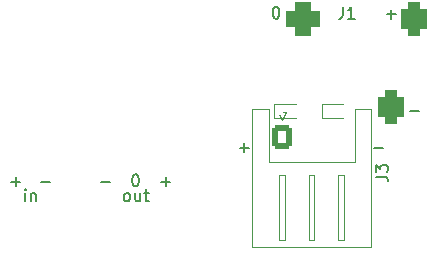
<source format=gto>
G04 #@! TF.GenerationSoftware,KiCad,Pcbnew,6.0.4-6f826c9f35~116~ubuntu18.04.1*
G04 #@! TF.CreationDate,2022-04-21T19:50:10+02:00*
G04 #@! TF.ProjectId,PSU_DCDC_1,5053555f-4443-4444-935f-312e6b696361,rev?*
G04 #@! TF.SameCoordinates,Original*
G04 #@! TF.FileFunction,Legend,Top*
G04 #@! TF.FilePolarity,Positive*
%FSLAX46Y46*%
G04 Gerber Fmt 4.6, Leading zero omitted, Abs format (unit mm)*
G04 Created by KiCad (PCBNEW 6.0.4-6f826c9f35~116~ubuntu18.04.1) date 2022-04-21 19:50:10*
%MOMM*%
%LPD*%
G01*
G04 APERTURE LIST*
G04 Aperture macros list*
%AMRoundRect*
0 Rectangle with rounded corners*
0 $1 Rounding radius*
0 $2 $3 $4 $5 $6 $7 $8 $9 X,Y pos of 4 corners*
0 Add a 4 corners polygon primitive as box body*
4,1,4,$2,$3,$4,$5,$6,$7,$8,$9,$2,$3,0*
0 Add four circle primitives for the rounded corners*
1,1,$1+$1,$2,$3*
1,1,$1+$1,$4,$5*
1,1,$1+$1,$6,$7*
1,1,$1+$1,$8,$9*
0 Add four rect primitives between the rounded corners*
20,1,$1+$1,$2,$3,$4,$5,0*
20,1,$1+$1,$4,$5,$6,$7,0*
20,1,$1+$1,$6,$7,$8,$9,0*
20,1,$1+$1,$8,$9,$2,$3,0*%
G04 Aperture macros list end*
%ADD10C,0.150000*%
%ADD11C,0.120000*%
%ADD12R,1.500000X3.000000*%
%ADD13O,1.500000X3.000000*%
%ADD14C,1.700000*%
%ADD15RoundRect,0.500000X0.500000X0.900000X-0.500000X0.900000X-0.500000X-0.900000X0.500000X-0.900000X0*%
%ADD16RoundRect,0.700000X0.700000X0.700000X-0.700000X0.700000X-0.700000X-0.700000X0.700000X-0.700000X0*%
%ADD17RoundRect,0.550000X0.550000X0.850000X-0.550000X0.850000X-0.550000X-0.850000X0.550000X-0.850000X0*%
%ADD18R,8.000000X1.900000*%
%ADD19R,7.500000X2.000000*%
%ADD20C,0.700000*%
%ADD21C,4.400000*%
%ADD22RoundRect,0.250000X-0.600000X-0.725000X0.600000X-0.725000X0.600000X0.725000X-0.600000X0.725000X0*%
%ADD23O,1.700000X1.950000*%
%ADD24R,0.600000X0.700000*%
G04 APERTURE END LIST*
D10*
X152319047Y-103871428D02*
X153080952Y-103871428D01*
X152700000Y-104252380D02*
X152700000Y-103490476D01*
X163719047Y-103871428D02*
X164480952Y-103871428D01*
X143462380Y-106132380D02*
X143557619Y-106132380D01*
X143652857Y-106180000D01*
X143700476Y-106227619D01*
X143748095Y-106322857D01*
X143795714Y-106513333D01*
X143795714Y-106751428D01*
X143748095Y-106941904D01*
X143700476Y-107037142D01*
X143652857Y-107084761D01*
X143557619Y-107132380D01*
X143462380Y-107132380D01*
X143367142Y-107084761D01*
X143319523Y-107037142D01*
X143271904Y-106941904D01*
X143224285Y-106751428D01*
X143224285Y-106513333D01*
X143271904Y-106322857D01*
X143319523Y-106227619D01*
X143367142Y-106180000D01*
X143462380Y-106132380D01*
X166769047Y-100771428D02*
X167530952Y-100771428D01*
X155352380Y-91952380D02*
X155447619Y-91952380D01*
X155542857Y-92000000D01*
X155590476Y-92047619D01*
X155638095Y-92142857D01*
X155685714Y-92333333D01*
X155685714Y-92571428D01*
X155638095Y-92761904D01*
X155590476Y-92857142D01*
X155542857Y-92904761D01*
X155447619Y-92952380D01*
X155352380Y-92952380D01*
X155257142Y-92904761D01*
X155209523Y-92857142D01*
X155161904Y-92761904D01*
X155114285Y-92571428D01*
X155114285Y-92333333D01*
X155161904Y-92142857D01*
X155209523Y-92047619D01*
X155257142Y-92000000D01*
X155352380Y-91952380D01*
X142700476Y-108402380D02*
X142605238Y-108354761D01*
X142557619Y-108307142D01*
X142510000Y-108211904D01*
X142510000Y-107926190D01*
X142557619Y-107830952D01*
X142605238Y-107783333D01*
X142700476Y-107735714D01*
X142843333Y-107735714D01*
X142938571Y-107783333D01*
X142986190Y-107830952D01*
X143033809Y-107926190D01*
X143033809Y-108211904D01*
X142986190Y-108307142D01*
X142938571Y-108354761D01*
X142843333Y-108402380D01*
X142700476Y-108402380D01*
X143890952Y-107735714D02*
X143890952Y-108402380D01*
X143462380Y-107735714D02*
X143462380Y-108259523D01*
X143510000Y-108354761D01*
X143605238Y-108402380D01*
X143748095Y-108402380D01*
X143843333Y-108354761D01*
X143890952Y-108307142D01*
X144224285Y-107735714D02*
X144605238Y-107735714D01*
X144367142Y-107402380D02*
X144367142Y-108259523D01*
X144414761Y-108354761D01*
X144510000Y-108402380D01*
X144605238Y-108402380D01*
X164769047Y-92571428D02*
X165530952Y-92571428D01*
X165150000Y-92952380D02*
X165150000Y-92190476D01*
X140589047Y-106751428D02*
X141350952Y-106751428D01*
X135509047Y-106751428D02*
X136270952Y-106751428D01*
X134167619Y-108402380D02*
X134167619Y-107735714D01*
X134167619Y-107402380D02*
X134120000Y-107450000D01*
X134167619Y-107497619D01*
X134215238Y-107450000D01*
X134167619Y-107402380D01*
X134167619Y-107497619D01*
X134643809Y-107735714D02*
X134643809Y-108402380D01*
X134643809Y-107830952D02*
X134691428Y-107783333D01*
X134786666Y-107735714D01*
X134929523Y-107735714D01*
X135024761Y-107783333D01*
X135072380Y-107878571D01*
X135072380Y-108402380D01*
X132969047Y-106751428D02*
X133730952Y-106751428D01*
X133350000Y-107132380D02*
X133350000Y-106370476D01*
X145669047Y-106751428D02*
X146430952Y-106751428D01*
X146050000Y-107132380D02*
X146050000Y-106370476D01*
G04 #@! TO.C,J1*
X161066666Y-91952380D02*
X161066666Y-92666666D01*
X161019047Y-92809523D01*
X160923809Y-92904761D01*
X160780952Y-92952380D01*
X160685714Y-92952380D01*
X162066666Y-92952380D02*
X161495238Y-92952380D01*
X161780952Y-92952380D02*
X161780952Y-91952380D01*
X161685714Y-92095238D01*
X161590476Y-92190476D01*
X161495238Y-92238095D01*
G04 #@! TO.C,J3*
X163852380Y-106333333D02*
X164566666Y-106333333D01*
X164709523Y-106380952D01*
X164804761Y-106476190D01*
X164852380Y-106619047D01*
X164852380Y-106714285D01*
X163852380Y-105952380D02*
X163852380Y-105333333D01*
X164233333Y-105666666D01*
X164233333Y-105523809D01*
X164280952Y-105428571D01*
X164328571Y-105380952D01*
X164423809Y-105333333D01*
X164661904Y-105333333D01*
X164757142Y-105380952D01*
X164804761Y-105428571D01*
X164852380Y-105523809D01*
X164852380Y-105809523D01*
X164804761Y-105904761D01*
X164757142Y-105952380D01*
D11*
X153340000Y-100590000D02*
X154760000Y-100590000D01*
X155900000Y-101500000D02*
X155600000Y-100900000D01*
X154760000Y-105090000D02*
X158400000Y-105090000D01*
X163460000Y-112310000D02*
X163460000Y-100590000D01*
X154760000Y-100590000D02*
X154760000Y-105090000D01*
X158150000Y-106200000D02*
X158150000Y-111700000D01*
X158400000Y-112310000D02*
X163460000Y-112310000D01*
X158650000Y-111700000D02*
X158650000Y-106200000D01*
X158150000Y-111700000D02*
X158650000Y-111700000D01*
X160650000Y-106200000D02*
X160650000Y-111700000D01*
X156150000Y-111700000D02*
X156150000Y-106200000D01*
X158650000Y-106200000D02*
X158150000Y-106200000D01*
X162040000Y-100590000D02*
X162040000Y-105090000D01*
X153340000Y-112310000D02*
X153340000Y-100590000D01*
X163460000Y-100590000D02*
X162040000Y-100590000D01*
X155600000Y-100900000D02*
X156200000Y-100900000D01*
X161150000Y-111700000D02*
X161150000Y-106200000D01*
X160650000Y-111700000D02*
X161150000Y-111700000D01*
X156150000Y-106200000D02*
X155650000Y-106200000D01*
X161150000Y-106200000D02*
X160650000Y-106200000D01*
X155650000Y-106200000D02*
X155650000Y-111700000D01*
X156200000Y-100900000D02*
X155900000Y-101500000D01*
X155650000Y-111700000D02*
X156150000Y-111700000D01*
X162040000Y-105090000D02*
X158400000Y-105090000D01*
X158400000Y-112310000D02*
X153340000Y-112310000D01*
G04 #@! TO.C,D2*
X155250000Y-100150000D02*
X155250000Y-101350000D01*
X157100000Y-100150000D02*
X155250000Y-100150000D01*
X157100000Y-101350000D02*
X155250000Y-101350000D01*
G04 #@! TO.C,D1*
X161100000Y-100150000D02*
X159250000Y-100150000D01*
X159250000Y-100150000D02*
X159250000Y-101350000D01*
X161100000Y-101350000D02*
X159250000Y-101350000D01*
G04 #@! TD*
%LPC*%
D12*
G04 #@! TO.C,PS1*
X133377500Y-104000000D03*
D13*
X135917500Y-104000000D03*
X140997500Y-104000000D03*
X143537500Y-104000000D03*
X146077500Y-104000000D03*
G04 #@! TD*
D14*
G04 #@! TO.C,J1*
X158950000Y-96700000D03*
X165950000Y-96700000D03*
D15*
X169850000Y-93000000D03*
D16*
X157650000Y-93000000D03*
D17*
X165150000Y-100400000D03*
X167050000Y-93000000D03*
G04 #@! TD*
D18*
G04 #@! TO.C,J2*
X114895000Y-103810000D03*
D19*
X115145000Y-101300000D03*
X115145000Y-98700000D03*
D18*
X114895000Y-96190000D03*
G04 #@! TD*
D20*
G04 #@! TO.C,REF\u002A\u002A*
X128166726Y-101166726D03*
X125833274Y-98833274D03*
X128166726Y-98833274D03*
X125833274Y-101166726D03*
X128650000Y-100000000D03*
D21*
X127000000Y-100000000D03*
D20*
X127000000Y-98350000D03*
X125350000Y-100000000D03*
X127000000Y-101650000D03*
G04 #@! TD*
D22*
G04 #@! TO.C,J3*
X155900000Y-103000000D03*
D23*
X158400000Y-103000000D03*
X160900000Y-103000000D03*
G04 #@! TD*
D24*
G04 #@! TO.C,D2*
X155700000Y-100750000D03*
X157100000Y-100750000D03*
G04 #@! TD*
D20*
G04 #@! TO.C,REF\u002A\u002A*
X169066726Y-105166726D03*
X169066726Y-102833274D03*
X169550000Y-104000000D03*
X167900000Y-102350000D03*
D21*
X167900000Y-104000000D03*
D20*
X166733274Y-105166726D03*
X166250000Y-104000000D03*
X166733274Y-102833274D03*
X167900000Y-105650000D03*
G04 #@! TD*
D24*
G04 #@! TO.C,D1*
X159700000Y-100750000D03*
X161100000Y-100750000D03*
G04 #@! TD*
M02*

</source>
